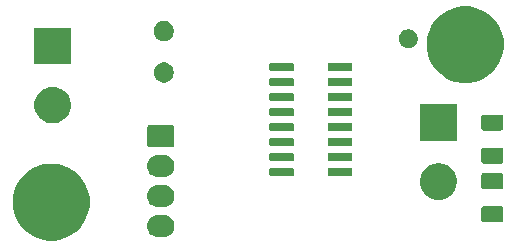
<source format=gbr>
G04 #@! TF.GenerationSoftware,KiCad,Pcbnew,5.1.2-f72e74a~84~ubuntu18.04.1*
G04 #@! TF.CreationDate,2020-01-10T04:29:40+01:00*
G04 #@! TF.ProjectId,BridgeElectrobot,42726964-6765-4456-9c65-6374726f626f,1.0*
G04 #@! TF.SameCoordinates,Original*
G04 #@! TF.FileFunction,Soldermask,Top*
G04 #@! TF.FilePolarity,Negative*
%FSLAX46Y46*%
G04 Gerber Fmt 4.6, Leading zero omitted, Abs format (unit mm)*
G04 Created by KiCad (PCBNEW 5.1.2-f72e74a~84~ubuntu18.04.1) date 2020-01-10 04:29:40*
%MOMM*%
%LPD*%
G04 APERTURE LIST*
%ADD10C,0.100000*%
G04 APERTURE END LIST*
D10*
G36*
X114045239Y-101840467D02*
G01*
X114359282Y-101902934D01*
X114950926Y-102148001D01*
X115198612Y-102313500D01*
X115470480Y-102495156D01*
X115483392Y-102503784D01*
X115936216Y-102956608D01*
X116291999Y-103489074D01*
X116537066Y-104080718D01*
X116537066Y-104080719D01*
X116662000Y-104708803D01*
X116662000Y-105349197D01*
X116646191Y-105428674D01*
X116537066Y-105977282D01*
X116291999Y-106568926D01*
X115936216Y-107101392D01*
X115483392Y-107554216D01*
X114950926Y-107909999D01*
X114359282Y-108155066D01*
X114045239Y-108217533D01*
X113731197Y-108280000D01*
X113090803Y-108280000D01*
X112776761Y-108217533D01*
X112462718Y-108155066D01*
X111871074Y-107909999D01*
X111338608Y-107554216D01*
X110885784Y-107101392D01*
X110530001Y-106568926D01*
X110284934Y-105977282D01*
X110175809Y-105428674D01*
X110160000Y-105349197D01*
X110160000Y-104708803D01*
X110284934Y-104080719D01*
X110284934Y-104080718D01*
X110530001Y-103489074D01*
X110885784Y-102956608D01*
X111338608Y-102503784D01*
X111351521Y-102495156D01*
X111623388Y-102313500D01*
X111871074Y-102148001D01*
X112462718Y-101902934D01*
X112776761Y-101840467D01*
X113090803Y-101778000D01*
X113731197Y-101778000D01*
X114045239Y-101840467D01*
X114045239Y-101840467D01*
G37*
G36*
X123002345Y-106144442D02*
G01*
X123092548Y-106153326D01*
X123266157Y-106205990D01*
X123426156Y-106291511D01*
X123469729Y-106327271D01*
X123566397Y-106406603D01*
X123645729Y-106503271D01*
X123681489Y-106546844D01*
X123767010Y-106706843D01*
X123819674Y-106880452D01*
X123837456Y-107061000D01*
X123819674Y-107241548D01*
X123767010Y-107415157D01*
X123681489Y-107575156D01*
X123645729Y-107618729D01*
X123566397Y-107715397D01*
X123469729Y-107794729D01*
X123426156Y-107830489D01*
X123266157Y-107916010D01*
X123092548Y-107968674D01*
X123002345Y-107977558D01*
X122957245Y-107982000D01*
X122406755Y-107982000D01*
X122361655Y-107977558D01*
X122271452Y-107968674D01*
X122097843Y-107916010D01*
X121937844Y-107830489D01*
X121894271Y-107794729D01*
X121797603Y-107715397D01*
X121718271Y-107618729D01*
X121682511Y-107575156D01*
X121596990Y-107415157D01*
X121544326Y-107241548D01*
X121526544Y-107061000D01*
X121544326Y-106880452D01*
X121596990Y-106706843D01*
X121682511Y-106546844D01*
X121718271Y-106503271D01*
X121797603Y-106406603D01*
X121894271Y-106327271D01*
X121937844Y-106291511D01*
X122097843Y-106205990D01*
X122271452Y-106153326D01*
X122361655Y-106144442D01*
X122406755Y-106140000D01*
X122957245Y-106140000D01*
X123002345Y-106144442D01*
X123002345Y-106144442D01*
G37*
G36*
X151517604Y-105376347D02*
G01*
X151554144Y-105387432D01*
X151587821Y-105405433D01*
X151617341Y-105429659D01*
X151641567Y-105459179D01*
X151659568Y-105492856D01*
X151670653Y-105529396D01*
X151675000Y-105573538D01*
X151675000Y-106522462D01*
X151670653Y-106566604D01*
X151659568Y-106603144D01*
X151641567Y-106636821D01*
X151617341Y-106666341D01*
X151587821Y-106690567D01*
X151554144Y-106708568D01*
X151517604Y-106719653D01*
X151473462Y-106724000D01*
X150024538Y-106724000D01*
X149980396Y-106719653D01*
X149943856Y-106708568D01*
X149910179Y-106690567D01*
X149880659Y-106666341D01*
X149856433Y-106636821D01*
X149838432Y-106603144D01*
X149827347Y-106566604D01*
X149823000Y-106522462D01*
X149823000Y-105573538D01*
X149827347Y-105529396D01*
X149838432Y-105492856D01*
X149856433Y-105459179D01*
X149880659Y-105429659D01*
X149910179Y-105405433D01*
X149943856Y-105387432D01*
X149980396Y-105376347D01*
X150024538Y-105372000D01*
X151473462Y-105372000D01*
X151517604Y-105376347D01*
X151517604Y-105376347D01*
G37*
G36*
X123002345Y-103604442D02*
G01*
X123092548Y-103613326D01*
X123266157Y-103665990D01*
X123426156Y-103751511D01*
X123469729Y-103787271D01*
X123566397Y-103866603D01*
X123645729Y-103963271D01*
X123681489Y-104006844D01*
X123767010Y-104166843D01*
X123819674Y-104340452D01*
X123837456Y-104521000D01*
X123819674Y-104701548D01*
X123767010Y-104875157D01*
X123681489Y-105035156D01*
X123645729Y-105078729D01*
X123566397Y-105175397D01*
X123469729Y-105254729D01*
X123426156Y-105290489D01*
X123266157Y-105376010D01*
X123092548Y-105428674D01*
X123002345Y-105437558D01*
X122957245Y-105442000D01*
X122406755Y-105442000D01*
X122361655Y-105437558D01*
X122271452Y-105428674D01*
X122097843Y-105376010D01*
X121937844Y-105290489D01*
X121894271Y-105254729D01*
X121797603Y-105175397D01*
X121718271Y-105078729D01*
X121682511Y-105035156D01*
X121596990Y-104875157D01*
X121544326Y-104701548D01*
X121526544Y-104521000D01*
X121544326Y-104340452D01*
X121596990Y-104166843D01*
X121682511Y-104006844D01*
X121718271Y-103963271D01*
X121797603Y-103866603D01*
X121894271Y-103787271D01*
X121937844Y-103751511D01*
X122097843Y-103665990D01*
X122271452Y-103613326D01*
X122361655Y-103604442D01*
X122406755Y-103600000D01*
X122957245Y-103600000D01*
X123002345Y-103604442D01*
X123002345Y-103604442D01*
G37*
G36*
X146479585Y-101776802D02*
G01*
X146629410Y-101806604D01*
X146911674Y-101923521D01*
X147165705Y-102093259D01*
X147381741Y-102309295D01*
X147551479Y-102563326D01*
X147668396Y-102845590D01*
X147668396Y-102845591D01*
X147728000Y-103145239D01*
X147728000Y-103450761D01*
X147698314Y-103600000D01*
X147668396Y-103750410D01*
X147551479Y-104032674D01*
X147381741Y-104286705D01*
X147165705Y-104502741D01*
X146911674Y-104672479D01*
X146629410Y-104789396D01*
X146479585Y-104819198D01*
X146329761Y-104849000D01*
X146024239Y-104849000D01*
X145874415Y-104819198D01*
X145724590Y-104789396D01*
X145442326Y-104672479D01*
X145188295Y-104502741D01*
X144972259Y-104286705D01*
X144802521Y-104032674D01*
X144685604Y-103750410D01*
X144655686Y-103600000D01*
X144626000Y-103450761D01*
X144626000Y-103145239D01*
X144685604Y-102845591D01*
X144685604Y-102845590D01*
X144802521Y-102563326D01*
X144972259Y-102309295D01*
X145188295Y-102093259D01*
X145442326Y-101923521D01*
X145724590Y-101806604D01*
X145874415Y-101776802D01*
X146024239Y-101747000D01*
X146329761Y-101747000D01*
X146479585Y-101776802D01*
X146479585Y-101776802D01*
G37*
G36*
X151517604Y-102576347D02*
G01*
X151554144Y-102587432D01*
X151587821Y-102605433D01*
X151617341Y-102629659D01*
X151641567Y-102659179D01*
X151659568Y-102692856D01*
X151670653Y-102729396D01*
X151675000Y-102773538D01*
X151675000Y-103722462D01*
X151670653Y-103766604D01*
X151659568Y-103803144D01*
X151641567Y-103836821D01*
X151617341Y-103866341D01*
X151587821Y-103890567D01*
X151554144Y-103908568D01*
X151517604Y-103919653D01*
X151473462Y-103924000D01*
X150024538Y-103924000D01*
X149980396Y-103919653D01*
X149943856Y-103908568D01*
X149910179Y-103890567D01*
X149880659Y-103866341D01*
X149856433Y-103836821D01*
X149838432Y-103803144D01*
X149827347Y-103766604D01*
X149823000Y-103722462D01*
X149823000Y-102773538D01*
X149827347Y-102729396D01*
X149838432Y-102692856D01*
X149856433Y-102659179D01*
X149880659Y-102629659D01*
X149910179Y-102605433D01*
X149943856Y-102587432D01*
X149980396Y-102576347D01*
X150024538Y-102572000D01*
X151473462Y-102572000D01*
X151517604Y-102576347D01*
X151517604Y-102576347D01*
G37*
G36*
X123002345Y-101064442D02*
G01*
X123092548Y-101073326D01*
X123266157Y-101125990D01*
X123426156Y-101211511D01*
X123469729Y-101247271D01*
X123566397Y-101326603D01*
X123645729Y-101423271D01*
X123681489Y-101466844D01*
X123767010Y-101626843D01*
X123819674Y-101800452D01*
X123837456Y-101981000D01*
X123819674Y-102161548D01*
X123767010Y-102335157D01*
X123681489Y-102495156D01*
X123645729Y-102538729D01*
X123566397Y-102635397D01*
X123469729Y-102714729D01*
X123426156Y-102750489D01*
X123266157Y-102836010D01*
X123092548Y-102888674D01*
X123002345Y-102897558D01*
X122957245Y-102902000D01*
X122406755Y-102902000D01*
X122361655Y-102897558D01*
X122271452Y-102888674D01*
X122097843Y-102836010D01*
X121937844Y-102750489D01*
X121894271Y-102714729D01*
X121797603Y-102635397D01*
X121718271Y-102538729D01*
X121682511Y-102495156D01*
X121596990Y-102335157D01*
X121544326Y-102161548D01*
X121526544Y-101981000D01*
X121544326Y-101800452D01*
X121596990Y-101626843D01*
X121682511Y-101466844D01*
X121718271Y-101423271D01*
X121797603Y-101326603D01*
X121894271Y-101247271D01*
X121937844Y-101211511D01*
X122097843Y-101125990D01*
X122271452Y-101073326D01*
X122361655Y-101064442D01*
X122406755Y-101060000D01*
X122957245Y-101060000D01*
X123002345Y-101064442D01*
X123002345Y-101064442D01*
G37*
G36*
X138791928Y-102140764D02*
G01*
X138813009Y-102147160D01*
X138832445Y-102157548D01*
X138849476Y-102171524D01*
X138863452Y-102188555D01*
X138873840Y-102207991D01*
X138880236Y-102229072D01*
X138883000Y-102257140D01*
X138883000Y-102720860D01*
X138880236Y-102748928D01*
X138873840Y-102770009D01*
X138863452Y-102789445D01*
X138849476Y-102806476D01*
X138832445Y-102820452D01*
X138813009Y-102830840D01*
X138791928Y-102837236D01*
X138763860Y-102840000D01*
X136950140Y-102840000D01*
X136922072Y-102837236D01*
X136900991Y-102830840D01*
X136881555Y-102820452D01*
X136864524Y-102806476D01*
X136850548Y-102789445D01*
X136840160Y-102770009D01*
X136833764Y-102748928D01*
X136831000Y-102720860D01*
X136831000Y-102257140D01*
X136833764Y-102229072D01*
X136840160Y-102207991D01*
X136850548Y-102188555D01*
X136864524Y-102171524D01*
X136881555Y-102157548D01*
X136900991Y-102147160D01*
X136922072Y-102140764D01*
X136950140Y-102138000D01*
X138763860Y-102138000D01*
X138791928Y-102140764D01*
X138791928Y-102140764D01*
G37*
G36*
X133841928Y-102140764D02*
G01*
X133863009Y-102147160D01*
X133882445Y-102157548D01*
X133899476Y-102171524D01*
X133913452Y-102188555D01*
X133923840Y-102207991D01*
X133930236Y-102229072D01*
X133933000Y-102257140D01*
X133933000Y-102720860D01*
X133930236Y-102748928D01*
X133923840Y-102770009D01*
X133913452Y-102789445D01*
X133899476Y-102806476D01*
X133882445Y-102820452D01*
X133863009Y-102830840D01*
X133841928Y-102837236D01*
X133813860Y-102840000D01*
X132000140Y-102840000D01*
X131972072Y-102837236D01*
X131950991Y-102830840D01*
X131931555Y-102820452D01*
X131914524Y-102806476D01*
X131900548Y-102789445D01*
X131890160Y-102770009D01*
X131883764Y-102748928D01*
X131881000Y-102720860D01*
X131881000Y-102257140D01*
X131883764Y-102229072D01*
X131890160Y-102207991D01*
X131900548Y-102188555D01*
X131914524Y-102171524D01*
X131931555Y-102157548D01*
X131950991Y-102147160D01*
X131972072Y-102140764D01*
X132000140Y-102138000D01*
X133813860Y-102138000D01*
X133841928Y-102140764D01*
X133841928Y-102140764D01*
G37*
G36*
X151517604Y-100420347D02*
G01*
X151554144Y-100431432D01*
X151587821Y-100449433D01*
X151617341Y-100473659D01*
X151641567Y-100503179D01*
X151659568Y-100536856D01*
X151670653Y-100573396D01*
X151675000Y-100617538D01*
X151675000Y-101566462D01*
X151670653Y-101610604D01*
X151659568Y-101647144D01*
X151641567Y-101680821D01*
X151617341Y-101710341D01*
X151587821Y-101734567D01*
X151554144Y-101752568D01*
X151517604Y-101763653D01*
X151473462Y-101768000D01*
X150024538Y-101768000D01*
X149980396Y-101763653D01*
X149943856Y-101752568D01*
X149910179Y-101734567D01*
X149880659Y-101710341D01*
X149856433Y-101680821D01*
X149838432Y-101647144D01*
X149827347Y-101610604D01*
X149823000Y-101566462D01*
X149823000Y-100617538D01*
X149827347Y-100573396D01*
X149838432Y-100536856D01*
X149856433Y-100503179D01*
X149880659Y-100473659D01*
X149910179Y-100449433D01*
X149943856Y-100431432D01*
X149980396Y-100420347D01*
X150024538Y-100416000D01*
X151473462Y-100416000D01*
X151517604Y-100420347D01*
X151517604Y-100420347D01*
G37*
G36*
X133841928Y-100870764D02*
G01*
X133863009Y-100877160D01*
X133882445Y-100887548D01*
X133899476Y-100901524D01*
X133913452Y-100918555D01*
X133923840Y-100937991D01*
X133930236Y-100959072D01*
X133933000Y-100987140D01*
X133933000Y-101450860D01*
X133930236Y-101478928D01*
X133923840Y-101500009D01*
X133913452Y-101519445D01*
X133899476Y-101536476D01*
X133882445Y-101550452D01*
X133863009Y-101560840D01*
X133841928Y-101567236D01*
X133813860Y-101570000D01*
X132000140Y-101570000D01*
X131972072Y-101567236D01*
X131950991Y-101560840D01*
X131931555Y-101550452D01*
X131914524Y-101536476D01*
X131900548Y-101519445D01*
X131890160Y-101500009D01*
X131883764Y-101478928D01*
X131881000Y-101450860D01*
X131881000Y-100987140D01*
X131883764Y-100959072D01*
X131890160Y-100937991D01*
X131900548Y-100918555D01*
X131914524Y-100901524D01*
X131931555Y-100887548D01*
X131950991Y-100877160D01*
X131972072Y-100870764D01*
X132000140Y-100868000D01*
X133813860Y-100868000D01*
X133841928Y-100870764D01*
X133841928Y-100870764D01*
G37*
G36*
X138791928Y-100870764D02*
G01*
X138813009Y-100877160D01*
X138832445Y-100887548D01*
X138849476Y-100901524D01*
X138863452Y-100918555D01*
X138873840Y-100937991D01*
X138880236Y-100959072D01*
X138883000Y-100987140D01*
X138883000Y-101450860D01*
X138880236Y-101478928D01*
X138873840Y-101500009D01*
X138863452Y-101519445D01*
X138849476Y-101536476D01*
X138832445Y-101550452D01*
X138813009Y-101560840D01*
X138791928Y-101567236D01*
X138763860Y-101570000D01*
X136950140Y-101570000D01*
X136922072Y-101567236D01*
X136900991Y-101560840D01*
X136881555Y-101550452D01*
X136864524Y-101536476D01*
X136850548Y-101519445D01*
X136840160Y-101500009D01*
X136833764Y-101478928D01*
X136831000Y-101450860D01*
X136831000Y-100987140D01*
X136833764Y-100959072D01*
X136840160Y-100937991D01*
X136850548Y-100918555D01*
X136864524Y-100901524D01*
X136881555Y-100887548D01*
X136900991Y-100877160D01*
X136922072Y-100870764D01*
X136950140Y-100868000D01*
X138763860Y-100868000D01*
X138791928Y-100870764D01*
X138791928Y-100870764D01*
G37*
G36*
X123691561Y-98523966D02*
G01*
X123724383Y-98533923D01*
X123754632Y-98550092D01*
X123781148Y-98571852D01*
X123802908Y-98598368D01*
X123819077Y-98628617D01*
X123829034Y-98661439D01*
X123833000Y-98701713D01*
X123833000Y-100180287D01*
X123829034Y-100220561D01*
X123819077Y-100253383D01*
X123802908Y-100283632D01*
X123781148Y-100310148D01*
X123754632Y-100331908D01*
X123724383Y-100348077D01*
X123691561Y-100358034D01*
X123651287Y-100362000D01*
X121712713Y-100362000D01*
X121672439Y-100358034D01*
X121639617Y-100348077D01*
X121609368Y-100331908D01*
X121582852Y-100310148D01*
X121561092Y-100283632D01*
X121544923Y-100253383D01*
X121534966Y-100220561D01*
X121531000Y-100180287D01*
X121531000Y-98701713D01*
X121534966Y-98661439D01*
X121544923Y-98628617D01*
X121561092Y-98598368D01*
X121582852Y-98571852D01*
X121609368Y-98550092D01*
X121639617Y-98533923D01*
X121672439Y-98523966D01*
X121712713Y-98520000D01*
X123651287Y-98520000D01*
X123691561Y-98523966D01*
X123691561Y-98523966D01*
G37*
G36*
X138791928Y-99600764D02*
G01*
X138813009Y-99607160D01*
X138832445Y-99617548D01*
X138849476Y-99631524D01*
X138863452Y-99648555D01*
X138873840Y-99667991D01*
X138880236Y-99689072D01*
X138883000Y-99717140D01*
X138883000Y-100180860D01*
X138880236Y-100208928D01*
X138873840Y-100230009D01*
X138863452Y-100249445D01*
X138849476Y-100266476D01*
X138832445Y-100280452D01*
X138813009Y-100290840D01*
X138791928Y-100297236D01*
X138763860Y-100300000D01*
X136950140Y-100300000D01*
X136922072Y-100297236D01*
X136900991Y-100290840D01*
X136881555Y-100280452D01*
X136864524Y-100266476D01*
X136850548Y-100249445D01*
X136840160Y-100230009D01*
X136833764Y-100208928D01*
X136831000Y-100180860D01*
X136831000Y-99717140D01*
X136833764Y-99689072D01*
X136840160Y-99667991D01*
X136850548Y-99648555D01*
X136864524Y-99631524D01*
X136881555Y-99617548D01*
X136900991Y-99607160D01*
X136922072Y-99600764D01*
X136950140Y-99598000D01*
X138763860Y-99598000D01*
X138791928Y-99600764D01*
X138791928Y-99600764D01*
G37*
G36*
X133841928Y-99600764D02*
G01*
X133863009Y-99607160D01*
X133882445Y-99617548D01*
X133899476Y-99631524D01*
X133913452Y-99648555D01*
X133923840Y-99667991D01*
X133930236Y-99689072D01*
X133933000Y-99717140D01*
X133933000Y-100180860D01*
X133930236Y-100208928D01*
X133923840Y-100230009D01*
X133913452Y-100249445D01*
X133899476Y-100266476D01*
X133882445Y-100280452D01*
X133863009Y-100290840D01*
X133841928Y-100297236D01*
X133813860Y-100300000D01*
X132000140Y-100300000D01*
X131972072Y-100297236D01*
X131950991Y-100290840D01*
X131931555Y-100280452D01*
X131914524Y-100266476D01*
X131900548Y-100249445D01*
X131890160Y-100230009D01*
X131883764Y-100208928D01*
X131881000Y-100180860D01*
X131881000Y-99717140D01*
X131883764Y-99689072D01*
X131890160Y-99667991D01*
X131900548Y-99648555D01*
X131914524Y-99631524D01*
X131931555Y-99617548D01*
X131950991Y-99607160D01*
X131972072Y-99600764D01*
X132000140Y-99598000D01*
X133813860Y-99598000D01*
X133841928Y-99600764D01*
X133841928Y-99600764D01*
G37*
G36*
X147728000Y-99849000D02*
G01*
X144626000Y-99849000D01*
X144626000Y-96747000D01*
X147728000Y-96747000D01*
X147728000Y-99849000D01*
X147728000Y-99849000D01*
G37*
G36*
X133841928Y-98330764D02*
G01*
X133863009Y-98337160D01*
X133882445Y-98347548D01*
X133899476Y-98361524D01*
X133913452Y-98378555D01*
X133923840Y-98397991D01*
X133930236Y-98419072D01*
X133933000Y-98447140D01*
X133933000Y-98910860D01*
X133930236Y-98938928D01*
X133923840Y-98960009D01*
X133913452Y-98979445D01*
X133899476Y-98996476D01*
X133882445Y-99010452D01*
X133863009Y-99020840D01*
X133841928Y-99027236D01*
X133813860Y-99030000D01*
X132000140Y-99030000D01*
X131972072Y-99027236D01*
X131950991Y-99020840D01*
X131931555Y-99010452D01*
X131914524Y-98996476D01*
X131900548Y-98979445D01*
X131890160Y-98960009D01*
X131883764Y-98938928D01*
X131881000Y-98910860D01*
X131881000Y-98447140D01*
X131883764Y-98419072D01*
X131890160Y-98397991D01*
X131900548Y-98378555D01*
X131914524Y-98361524D01*
X131931555Y-98347548D01*
X131950991Y-98337160D01*
X131972072Y-98330764D01*
X132000140Y-98328000D01*
X133813860Y-98328000D01*
X133841928Y-98330764D01*
X133841928Y-98330764D01*
G37*
G36*
X138791928Y-98330764D02*
G01*
X138813009Y-98337160D01*
X138832445Y-98347548D01*
X138849476Y-98361524D01*
X138863452Y-98378555D01*
X138873840Y-98397991D01*
X138880236Y-98419072D01*
X138883000Y-98447140D01*
X138883000Y-98910860D01*
X138880236Y-98938928D01*
X138873840Y-98960009D01*
X138863452Y-98979445D01*
X138849476Y-98996476D01*
X138832445Y-99010452D01*
X138813009Y-99020840D01*
X138791928Y-99027236D01*
X138763860Y-99030000D01*
X136950140Y-99030000D01*
X136922072Y-99027236D01*
X136900991Y-99020840D01*
X136881555Y-99010452D01*
X136864524Y-98996476D01*
X136850548Y-98979445D01*
X136840160Y-98960009D01*
X136833764Y-98938928D01*
X136831000Y-98910860D01*
X136831000Y-98447140D01*
X136833764Y-98419072D01*
X136840160Y-98397991D01*
X136850548Y-98378555D01*
X136864524Y-98361524D01*
X136881555Y-98347548D01*
X136900991Y-98337160D01*
X136922072Y-98330764D01*
X136950140Y-98328000D01*
X138763860Y-98328000D01*
X138791928Y-98330764D01*
X138791928Y-98330764D01*
G37*
G36*
X151517604Y-97620347D02*
G01*
X151554144Y-97631432D01*
X151587821Y-97649433D01*
X151617341Y-97673659D01*
X151641567Y-97703179D01*
X151659568Y-97736856D01*
X151670653Y-97773396D01*
X151675000Y-97817538D01*
X151675000Y-98766462D01*
X151670653Y-98810604D01*
X151659568Y-98847144D01*
X151641567Y-98880821D01*
X151617341Y-98910341D01*
X151587821Y-98934567D01*
X151554144Y-98952568D01*
X151517604Y-98963653D01*
X151473462Y-98968000D01*
X150024538Y-98968000D01*
X149980396Y-98963653D01*
X149943856Y-98952568D01*
X149910179Y-98934567D01*
X149880659Y-98910341D01*
X149856433Y-98880821D01*
X149838432Y-98847144D01*
X149827347Y-98810604D01*
X149823000Y-98766462D01*
X149823000Y-97817538D01*
X149827347Y-97773396D01*
X149838432Y-97736856D01*
X149856433Y-97703179D01*
X149880659Y-97673659D01*
X149910179Y-97649433D01*
X149943856Y-97631432D01*
X149980396Y-97620347D01*
X150024538Y-97616000D01*
X151473462Y-97616000D01*
X151517604Y-97620347D01*
X151517604Y-97620347D01*
G37*
G36*
X113840585Y-95299802D02*
G01*
X113990410Y-95329604D01*
X114272674Y-95446521D01*
X114526705Y-95616259D01*
X114742741Y-95832295D01*
X114912479Y-96086326D01*
X115029396Y-96368590D01*
X115089000Y-96668240D01*
X115089000Y-96973760D01*
X115029396Y-97273410D01*
X114912479Y-97555674D01*
X114742741Y-97809705D01*
X114526705Y-98025741D01*
X114272674Y-98195479D01*
X113990410Y-98312396D01*
X113895011Y-98331372D01*
X113690761Y-98372000D01*
X113385239Y-98372000D01*
X113180989Y-98331372D01*
X113085590Y-98312396D01*
X112803326Y-98195479D01*
X112549295Y-98025741D01*
X112333259Y-97809705D01*
X112163521Y-97555674D01*
X112046604Y-97273410D01*
X111987000Y-96973760D01*
X111987000Y-96668240D01*
X112046604Y-96368590D01*
X112163521Y-96086326D01*
X112333259Y-95832295D01*
X112549295Y-95616259D01*
X112803326Y-95446521D01*
X113085590Y-95329604D01*
X113235415Y-95299802D01*
X113385239Y-95270000D01*
X113690761Y-95270000D01*
X113840585Y-95299802D01*
X113840585Y-95299802D01*
G37*
G36*
X133841928Y-97060764D02*
G01*
X133863009Y-97067160D01*
X133882445Y-97077548D01*
X133899476Y-97091524D01*
X133913452Y-97108555D01*
X133923840Y-97127991D01*
X133930236Y-97149072D01*
X133933000Y-97177140D01*
X133933000Y-97640860D01*
X133930236Y-97668928D01*
X133923840Y-97690009D01*
X133913452Y-97709445D01*
X133899476Y-97726476D01*
X133882445Y-97740452D01*
X133863009Y-97750840D01*
X133841928Y-97757236D01*
X133813860Y-97760000D01*
X132000140Y-97760000D01*
X131972072Y-97757236D01*
X131950991Y-97750840D01*
X131931555Y-97740452D01*
X131914524Y-97726476D01*
X131900548Y-97709445D01*
X131890160Y-97690009D01*
X131883764Y-97668928D01*
X131881000Y-97640860D01*
X131881000Y-97177140D01*
X131883764Y-97149072D01*
X131890160Y-97127991D01*
X131900548Y-97108555D01*
X131914524Y-97091524D01*
X131931555Y-97077548D01*
X131950991Y-97067160D01*
X131972072Y-97060764D01*
X132000140Y-97058000D01*
X133813860Y-97058000D01*
X133841928Y-97060764D01*
X133841928Y-97060764D01*
G37*
G36*
X138791928Y-97060764D02*
G01*
X138813009Y-97067160D01*
X138832445Y-97077548D01*
X138849476Y-97091524D01*
X138863452Y-97108555D01*
X138873840Y-97127991D01*
X138880236Y-97149072D01*
X138883000Y-97177140D01*
X138883000Y-97640860D01*
X138880236Y-97668928D01*
X138873840Y-97690009D01*
X138863452Y-97709445D01*
X138849476Y-97726476D01*
X138832445Y-97740452D01*
X138813009Y-97750840D01*
X138791928Y-97757236D01*
X138763860Y-97760000D01*
X136950140Y-97760000D01*
X136922072Y-97757236D01*
X136900991Y-97750840D01*
X136881555Y-97740452D01*
X136864524Y-97726476D01*
X136850548Y-97709445D01*
X136840160Y-97690009D01*
X136833764Y-97668928D01*
X136831000Y-97640860D01*
X136831000Y-97177140D01*
X136833764Y-97149072D01*
X136840160Y-97127991D01*
X136850548Y-97108555D01*
X136864524Y-97091524D01*
X136881555Y-97077548D01*
X136900991Y-97067160D01*
X136922072Y-97060764D01*
X136950140Y-97058000D01*
X138763860Y-97058000D01*
X138791928Y-97060764D01*
X138791928Y-97060764D01*
G37*
G36*
X138791928Y-95790764D02*
G01*
X138813009Y-95797160D01*
X138832445Y-95807548D01*
X138849476Y-95821524D01*
X138863452Y-95838555D01*
X138873840Y-95857991D01*
X138880236Y-95879072D01*
X138883000Y-95907140D01*
X138883000Y-96370860D01*
X138880236Y-96398928D01*
X138873840Y-96420009D01*
X138863452Y-96439445D01*
X138849476Y-96456476D01*
X138832445Y-96470452D01*
X138813009Y-96480840D01*
X138791928Y-96487236D01*
X138763860Y-96490000D01*
X136950140Y-96490000D01*
X136922072Y-96487236D01*
X136900991Y-96480840D01*
X136881555Y-96470452D01*
X136864524Y-96456476D01*
X136850548Y-96439445D01*
X136840160Y-96420009D01*
X136833764Y-96398928D01*
X136831000Y-96370860D01*
X136831000Y-95907140D01*
X136833764Y-95879072D01*
X136840160Y-95857991D01*
X136850548Y-95838555D01*
X136864524Y-95821524D01*
X136881555Y-95807548D01*
X136900991Y-95797160D01*
X136922072Y-95790764D01*
X136950140Y-95788000D01*
X138763860Y-95788000D01*
X138791928Y-95790764D01*
X138791928Y-95790764D01*
G37*
G36*
X133841928Y-95790764D02*
G01*
X133863009Y-95797160D01*
X133882445Y-95807548D01*
X133899476Y-95821524D01*
X133913452Y-95838555D01*
X133923840Y-95857991D01*
X133930236Y-95879072D01*
X133933000Y-95907140D01*
X133933000Y-96370860D01*
X133930236Y-96398928D01*
X133923840Y-96420009D01*
X133913452Y-96439445D01*
X133899476Y-96456476D01*
X133882445Y-96470452D01*
X133863009Y-96480840D01*
X133841928Y-96487236D01*
X133813860Y-96490000D01*
X132000140Y-96490000D01*
X131972072Y-96487236D01*
X131950991Y-96480840D01*
X131931555Y-96470452D01*
X131914524Y-96456476D01*
X131900548Y-96439445D01*
X131890160Y-96420009D01*
X131883764Y-96398928D01*
X131881000Y-96370860D01*
X131881000Y-95907140D01*
X131883764Y-95879072D01*
X131890160Y-95857991D01*
X131900548Y-95838555D01*
X131914524Y-95821524D01*
X131931555Y-95807548D01*
X131950991Y-95797160D01*
X131972072Y-95790764D01*
X132000140Y-95788000D01*
X133813860Y-95788000D01*
X133841928Y-95790764D01*
X133841928Y-95790764D01*
G37*
G36*
X138791928Y-94520764D02*
G01*
X138813009Y-94527160D01*
X138832445Y-94537548D01*
X138849476Y-94551524D01*
X138863452Y-94568555D01*
X138873840Y-94587991D01*
X138880236Y-94609072D01*
X138883000Y-94637140D01*
X138883000Y-95100860D01*
X138880236Y-95128928D01*
X138873840Y-95150009D01*
X138863452Y-95169445D01*
X138849476Y-95186476D01*
X138832445Y-95200452D01*
X138813009Y-95210840D01*
X138791928Y-95217236D01*
X138763860Y-95220000D01*
X136950140Y-95220000D01*
X136922072Y-95217236D01*
X136900991Y-95210840D01*
X136881555Y-95200452D01*
X136864524Y-95186476D01*
X136850548Y-95169445D01*
X136840160Y-95150009D01*
X136833764Y-95128928D01*
X136831000Y-95100860D01*
X136831000Y-94637140D01*
X136833764Y-94609072D01*
X136840160Y-94587991D01*
X136850548Y-94568555D01*
X136864524Y-94551524D01*
X136881555Y-94537548D01*
X136900991Y-94527160D01*
X136922072Y-94520764D01*
X136950140Y-94518000D01*
X138763860Y-94518000D01*
X138791928Y-94520764D01*
X138791928Y-94520764D01*
G37*
G36*
X133841928Y-94520764D02*
G01*
X133863009Y-94527160D01*
X133882445Y-94537548D01*
X133899476Y-94551524D01*
X133913452Y-94568555D01*
X133923840Y-94587991D01*
X133930236Y-94609072D01*
X133933000Y-94637140D01*
X133933000Y-95100860D01*
X133930236Y-95128928D01*
X133923840Y-95150009D01*
X133913452Y-95169445D01*
X133899476Y-95186476D01*
X133882445Y-95200452D01*
X133863009Y-95210840D01*
X133841928Y-95217236D01*
X133813860Y-95220000D01*
X132000140Y-95220000D01*
X131972072Y-95217236D01*
X131950991Y-95210840D01*
X131931555Y-95200452D01*
X131914524Y-95186476D01*
X131900548Y-95169445D01*
X131890160Y-95150009D01*
X131883764Y-95128928D01*
X131881000Y-95100860D01*
X131881000Y-94637140D01*
X131883764Y-94609072D01*
X131890160Y-94587991D01*
X131900548Y-94568555D01*
X131914524Y-94551524D01*
X131931555Y-94537548D01*
X131950991Y-94527160D01*
X131972072Y-94520764D01*
X132000140Y-94518000D01*
X133813860Y-94518000D01*
X133841928Y-94520764D01*
X133841928Y-94520764D01*
G37*
G36*
X149097239Y-88505467D02*
G01*
X149411282Y-88567934D01*
X150002926Y-88813001D01*
X150535392Y-89168784D01*
X150988216Y-89621608D01*
X151343999Y-90154074D01*
X151559936Y-90675392D01*
X151589066Y-90745719D01*
X151700344Y-91305148D01*
X151714000Y-91373804D01*
X151714000Y-92014196D01*
X151589066Y-92642282D01*
X151343999Y-93233926D01*
X150988216Y-93766392D01*
X150535392Y-94219216D01*
X150002926Y-94574999D01*
X149411282Y-94820066D01*
X149163791Y-94869295D01*
X148783197Y-94945000D01*
X148142803Y-94945000D01*
X147762209Y-94869295D01*
X147514718Y-94820066D01*
X146923074Y-94574999D01*
X146390608Y-94219216D01*
X145937784Y-93766392D01*
X145582001Y-93233926D01*
X145336934Y-92642282D01*
X145212000Y-92014196D01*
X145212000Y-91373804D01*
X145225657Y-91305148D01*
X145336934Y-90745719D01*
X145366064Y-90675392D01*
X145582001Y-90154074D01*
X145937784Y-89621608D01*
X146390608Y-89168784D01*
X146923074Y-88813001D01*
X147514718Y-88567934D01*
X147828761Y-88505467D01*
X148142803Y-88443000D01*
X148783197Y-88443000D01*
X149097239Y-88505467D01*
X149097239Y-88505467D01*
G37*
G36*
X123184228Y-93232703D02*
G01*
X123339100Y-93296853D01*
X123478481Y-93389985D01*
X123597015Y-93508519D01*
X123690147Y-93647900D01*
X123754297Y-93802772D01*
X123787000Y-93967184D01*
X123787000Y-94134816D01*
X123754297Y-94299228D01*
X123690147Y-94454100D01*
X123597015Y-94593481D01*
X123478481Y-94712015D01*
X123339100Y-94805147D01*
X123184228Y-94869297D01*
X123019816Y-94902000D01*
X122852184Y-94902000D01*
X122687772Y-94869297D01*
X122532900Y-94805147D01*
X122393519Y-94712015D01*
X122274985Y-94593481D01*
X122181853Y-94454100D01*
X122117703Y-94299228D01*
X122085000Y-94134816D01*
X122085000Y-93967184D01*
X122117703Y-93802772D01*
X122181853Y-93647900D01*
X122274985Y-93508519D01*
X122393519Y-93389985D01*
X122532900Y-93296853D01*
X122687772Y-93232703D01*
X122852184Y-93200000D01*
X123019816Y-93200000D01*
X123184228Y-93232703D01*
X123184228Y-93232703D01*
G37*
G36*
X133841928Y-93250764D02*
G01*
X133863009Y-93257160D01*
X133882445Y-93267548D01*
X133899476Y-93281524D01*
X133913452Y-93298555D01*
X133923840Y-93317991D01*
X133930236Y-93339072D01*
X133933000Y-93367140D01*
X133933000Y-93830860D01*
X133930236Y-93858928D01*
X133923840Y-93880009D01*
X133913452Y-93899445D01*
X133899476Y-93916476D01*
X133882445Y-93930452D01*
X133863009Y-93940840D01*
X133841928Y-93947236D01*
X133813860Y-93950000D01*
X132000140Y-93950000D01*
X131972072Y-93947236D01*
X131950991Y-93940840D01*
X131931555Y-93930452D01*
X131914524Y-93916476D01*
X131900548Y-93899445D01*
X131890160Y-93880009D01*
X131883764Y-93858928D01*
X131881000Y-93830860D01*
X131881000Y-93367140D01*
X131883764Y-93339072D01*
X131890160Y-93317991D01*
X131900548Y-93298555D01*
X131914524Y-93281524D01*
X131931555Y-93267548D01*
X131950991Y-93257160D01*
X131972072Y-93250764D01*
X132000140Y-93248000D01*
X133813860Y-93248000D01*
X133841928Y-93250764D01*
X133841928Y-93250764D01*
G37*
G36*
X138791928Y-93250764D02*
G01*
X138813009Y-93257160D01*
X138832445Y-93267548D01*
X138849476Y-93281524D01*
X138863452Y-93298555D01*
X138873840Y-93317991D01*
X138880236Y-93339072D01*
X138883000Y-93367140D01*
X138883000Y-93830860D01*
X138880236Y-93858928D01*
X138873840Y-93880009D01*
X138863452Y-93899445D01*
X138849476Y-93916476D01*
X138832445Y-93930452D01*
X138813009Y-93940840D01*
X138791928Y-93947236D01*
X138763860Y-93950000D01*
X136950140Y-93950000D01*
X136922072Y-93947236D01*
X136900991Y-93940840D01*
X136881555Y-93930452D01*
X136864524Y-93916476D01*
X136850548Y-93899445D01*
X136840160Y-93880009D01*
X136833764Y-93858928D01*
X136831000Y-93830860D01*
X136831000Y-93367140D01*
X136833764Y-93339072D01*
X136840160Y-93317991D01*
X136850548Y-93298555D01*
X136864524Y-93281524D01*
X136881555Y-93267548D01*
X136900991Y-93257160D01*
X136922072Y-93250764D01*
X136950140Y-93248000D01*
X138763860Y-93248000D01*
X138791928Y-93250764D01*
X138791928Y-93250764D01*
G37*
G36*
X115089000Y-93372000D02*
G01*
X111987000Y-93372000D01*
X111987000Y-90270000D01*
X115089000Y-90270000D01*
X115089000Y-93372000D01*
X115089000Y-93372000D01*
G37*
G36*
X143870642Y-90415781D02*
G01*
X144016414Y-90476162D01*
X144016416Y-90476163D01*
X144147608Y-90563822D01*
X144259178Y-90675392D01*
X144346837Y-90806584D01*
X144346838Y-90806586D01*
X144407219Y-90952358D01*
X144438000Y-91107107D01*
X144438000Y-91264893D01*
X144407219Y-91419642D01*
X144346838Y-91565414D01*
X144346837Y-91565416D01*
X144259178Y-91696608D01*
X144147608Y-91808178D01*
X144016416Y-91895837D01*
X144016415Y-91895838D01*
X144016414Y-91895838D01*
X143870642Y-91956219D01*
X143715893Y-91987000D01*
X143558107Y-91987000D01*
X143403358Y-91956219D01*
X143257586Y-91895838D01*
X143257585Y-91895838D01*
X143257584Y-91895837D01*
X143126392Y-91808178D01*
X143014822Y-91696608D01*
X142927163Y-91565416D01*
X142927162Y-91565414D01*
X142866781Y-91419642D01*
X142836000Y-91264893D01*
X142836000Y-91107107D01*
X142866781Y-90952358D01*
X142927162Y-90806586D01*
X142927163Y-90806584D01*
X143014822Y-90675392D01*
X143126392Y-90563822D01*
X143257584Y-90476163D01*
X143257586Y-90476162D01*
X143403358Y-90415781D01*
X143558107Y-90385000D01*
X143715893Y-90385000D01*
X143870642Y-90415781D01*
X143870642Y-90415781D01*
G37*
G36*
X123184228Y-89732703D02*
G01*
X123339100Y-89796853D01*
X123478481Y-89889985D01*
X123597015Y-90008519D01*
X123690147Y-90147900D01*
X123754297Y-90302772D01*
X123787000Y-90467184D01*
X123787000Y-90634816D01*
X123754297Y-90799228D01*
X123690147Y-90954100D01*
X123597015Y-91093481D01*
X123478481Y-91212015D01*
X123339100Y-91305147D01*
X123184228Y-91369297D01*
X123019816Y-91402000D01*
X122852184Y-91402000D01*
X122687772Y-91369297D01*
X122532900Y-91305147D01*
X122393519Y-91212015D01*
X122274985Y-91093481D01*
X122181853Y-90954100D01*
X122117703Y-90799228D01*
X122085000Y-90634816D01*
X122085000Y-90467184D01*
X122117703Y-90302772D01*
X122181853Y-90147900D01*
X122274985Y-90008519D01*
X122393519Y-89889985D01*
X122532900Y-89796853D01*
X122687772Y-89732703D01*
X122852184Y-89700000D01*
X123019816Y-89700000D01*
X123184228Y-89732703D01*
X123184228Y-89732703D01*
G37*
M02*

</source>
